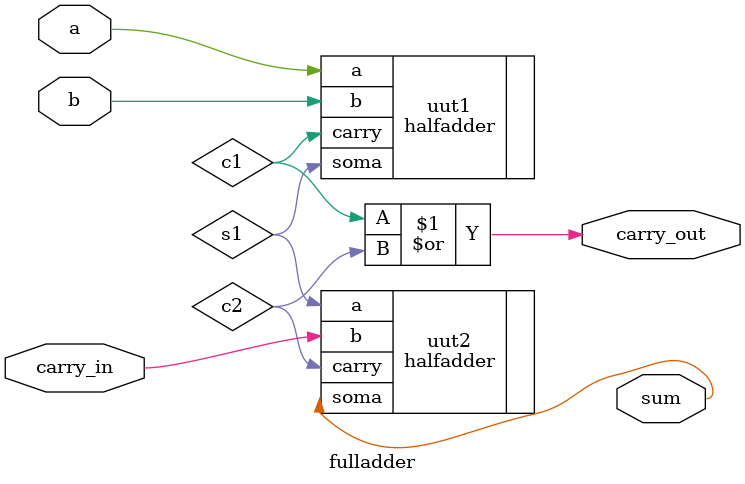
<source format=v>
`include "../Tarefa5/halfadder.v"

module fulladder(
    input a,
    input b,
    input carry_in,
    output sum,
    output carry_out
);

    wire s1, c1, c2;

    halfadder uut1(.a(a), .b(b), .soma(s1), .carry(c1));
    halfadder uut2(.a(s1), .b(carry_in), .soma(sum), .carry(c2));
    assign carry_out = c1 | c2;
endmodule
</source>
